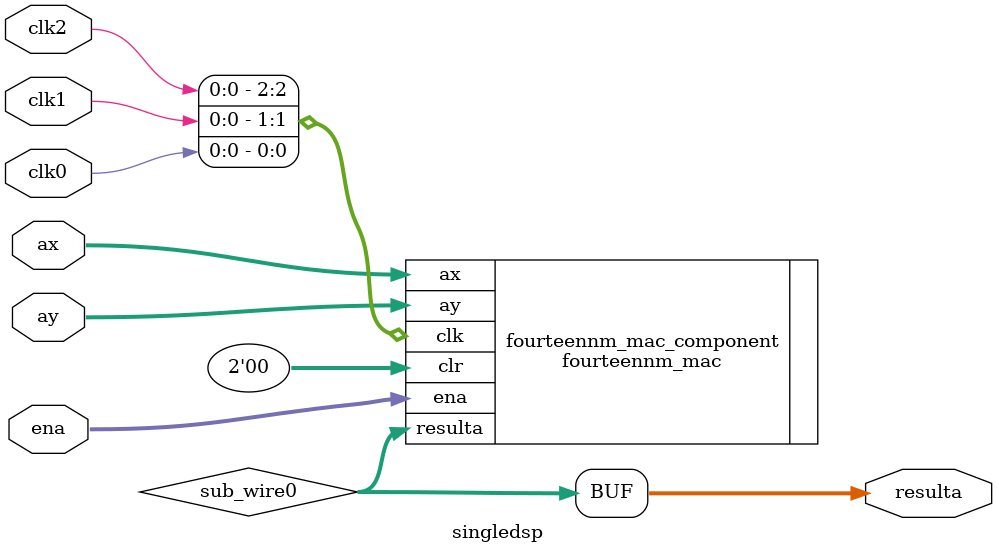
<source format=sv>
`timescale 1 ps / 1 ps
module singledsp (
            ax,
            ay,
            ena,
            resulta,
            clk0,
            clk1,
            clk2);

            input [17:0] ax;
            input [17:0] ay;
            input [2:0] ena;
            output [36:0] resulta;
            input  clk0;
            input  clk1;
            input  clk2;

            wire [36:0] sub_wire0;
            wire [36:0] resulta = sub_wire0[36:0];    

            fourteennm_mac        fourteennm_mac_component (
                                        .ax (ax),
                                        .ay (ay),
                                        .ena (ena),
                                        .clr (2'b00),
                                        .clk ({clk2,clk1,clk0}),
                                        .resulta (sub_wire0));
            defparam

					fourteennm_mac_component.ax_clock="0",
					fourteennm_mac_component.ay_scan_in_clock="0",
					fourteennm_mac_component.az_clock="none",
					fourteennm_mac_component.output_clock="0",
					fourteennm_mac_component.bx_clock="none",
					fourteennm_mac_component.accumulate_clock="none",
					fourteennm_mac_component.accum_pipeline_clock="none",
					fourteennm_mac_component.bz_clock="none",
					fourteennm_mac_component.by_clock="none",
					fourteennm_mac_component.coef_sel_a_clock="none",
					fourteennm_mac_component.coef_sel_b_clock="none",
					fourteennm_mac_component.sub_clock="none",
					fourteennm_mac_component.negate_clock="none",
					fourteennm_mac_component.accum_2nd_pipeline_clock="none",
					fourteennm_mac_component.load_const_clock="none",
					fourteennm_mac_component.load_const_pipeline_clock="none",
					fourteennm_mac_component.load_const_2nd_pipeline_clock="none",
					fourteennm_mac_component.input_pipeline_clock="0",
					fourteennm_mac_component.second_pipeline_clock="0",
					fourteennm_mac_component.input_systolic_clock="none",
					fourteennm_mac_component.preadder_subtract_a = "false", 
					fourteennm_mac_component.preadder_subtract_b = "false", 
					fourteennm_mac_component.delay_scan_out_ay = "false", 
					fourteennm_mac_component.delay_scan_out_by = "false", 
					fourteennm_mac_component.ay_use_scan_in = "false", 
					fourteennm_mac_component.by_use_scan_in = "false", 
					fourteennm_mac_component.operand_source_may = "input", 
					fourteennm_mac_component.operand_source_mby = "input", 
					fourteennm_mac_component.operand_source_max = "input", 
					fourteennm_mac_component.operand_source_mbx = "input", 
					fourteennm_mac_component.signed_max = "false", 
					fourteennm_mac_component.signed_may = "false", 
					fourteennm_mac_component.signed_mbx = "false", 
					fourteennm_mac_component.signed_mby = "false", 
					fourteennm_mac_component.operation_mode = "m18x18_full", 
					fourteennm_mac_component.clear_type = "none",
					fourteennm_mac_component.ax_width = 18,
					fourteennm_mac_component.ay_scan_in_width = 18,
					fourteennm_mac_component.result_a_width = 37,
					fourteennm_mac_component.load_const_value = 0,
					fourteennm_mac_component.coef_a_0 = 0,
					fourteennm_mac_component.coef_a_1 = 0,
					fourteennm_mac_component.coef_a_2 = 0,
					fourteennm_mac_component.coef_a_3 = 0,
					fourteennm_mac_component.coef_a_4 = 0,
					fourteennm_mac_component.coef_a_5 = 0,
					fourteennm_mac_component.coef_a_6 = 0,
					fourteennm_mac_component.coef_a_7 = 0,
					fourteennm_mac_component.coef_b_0 = 0,
					fourteennm_mac_component.coef_b_1 = 0,
					fourteennm_mac_component.coef_b_2 = 0,
					fourteennm_mac_component.coef_b_3 = 0,
					fourteennm_mac_component.coef_b_4 = 0,
					fourteennm_mac_component.coef_b_5 = 0,
					fourteennm_mac_component.coef_b_6 = 0,
					fourteennm_mac_component.coef_b_7 = 0;

endmodule


</source>
